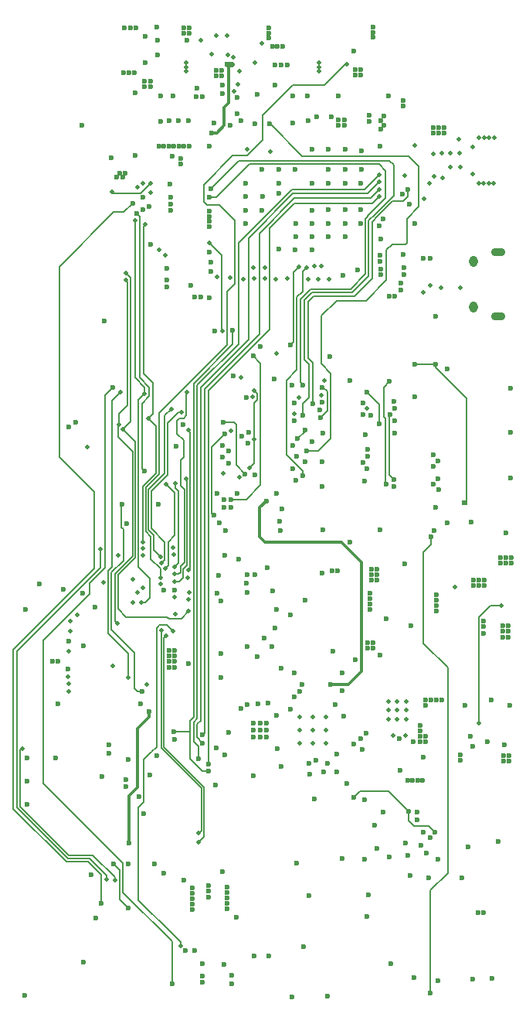
<source format=gbr>
%TF.GenerationSoftware,KiCad,Pcbnew,6.99.0-1.20221101gitf80c150.fc36*%
%TF.CreationDate,2022-11-16T21:34:46+00:00*%
%TF.ProjectId,bugg-main-r4,62756767-2d6d-4616-996e-2d72342e6b69,rev?*%
%TF.SameCoordinates,Original*%
%TF.FileFunction,Copper,L3,Inr*%
%TF.FilePolarity,Positive*%
%FSLAX46Y46*%
G04 Gerber Fmt 4.6, Leading zero omitted, Abs format (unit mm)*
G04 Created by KiCad (PCBNEW 6.99.0-1.20221101gitf80c150.fc36) date 2022-11-16 21:34:46*
%MOMM*%
%LPD*%
G01*
G04 APERTURE LIST*
%TA.AperFunction,ComponentPad*%
%ADD10C,0.500000*%
%TD*%
%TA.AperFunction,ComponentPad*%
%ADD11O,0.950000X1.250000*%
%TD*%
%TA.AperFunction,ComponentPad*%
%ADD12O,1.550000X0.890000*%
%TD*%
%TA.AperFunction,ComponentPad*%
%ADD13C,0.600000*%
%TD*%
%TA.AperFunction,ViaPad*%
%ADD14C,0.600000*%
%TD*%
%TA.AperFunction,ViaPad*%
%ADD15C,0.500000*%
%TD*%
%TA.AperFunction,Conductor*%
%ADD16C,0.200000*%
%TD*%
%TA.AperFunction,Conductor*%
%ADD17C,0.150000*%
%TD*%
%TA.AperFunction,Conductor*%
%ADD18C,0.300000*%
%TD*%
%TA.AperFunction,Conductor*%
%ADD19C,0.600000*%
%TD*%
G04 APERTURE END LIST*
D10*
%TO.N,-15V*%
%TO.C,U18*%
X4467462Y-18075000D03*
X5917462Y-18075000D03*
X7367462Y-18075000D03*
X4467462Y-16625000D03*
X5917462Y-16625000D03*
X7367462Y-16625000D03*
X4467462Y-15175000D03*
X5917462Y-15175000D03*
X7367462Y-15175000D03*
%TD*%
D11*
%TO.N,GND*%
%TO.C,J15*%
X23499999Y29699999D03*
X23499999Y34699999D03*
D12*
X26199999Y28699999D03*
X26199999Y35699999D03*
%TD*%
D10*
%TO.N,GNDA*%
%TO.C,U28*%
X16125000Y-13425000D03*
X15150000Y-13425000D03*
X14175000Y-13425000D03*
X16125000Y-14400000D03*
X15150000Y-14400000D03*
X14175000Y-14400000D03*
X16125000Y-15375000D03*
X15150000Y-15375000D03*
X14175000Y-15375000D03*
%TD*%
D13*
%TO.N,-15V*%
%TO.C,U23*%
X875000Y-15875000D03*
X125000Y-15875000D03*
X-625000Y-15875000D03*
X875000Y-16625000D03*
X125000Y-16625000D03*
X-625000Y-16625000D03*
X875000Y-17375000D03*
X125000Y-17375000D03*
X-625000Y-17375000D03*
%TD*%
D14*
%TO.N,+1V8*%
X13289077Y-8387876D03*
X24650000Y-6050000D03*
%TO.N,GNDA*%
X24650000Y-5250000D03*
X24650000Y-4650000D03*
X10578849Y-8870138D03*
X9100000Y-10300000D03*
X8100000Y-7950000D03*
%TO.N,+48V*%
X24000000Y-36550000D03*
D15*
%TO.N,/USB-OTG flashing interface/OTG_USB_DP*%
X18050000Y31300000D03*
X18800000Y32050000D03*
D14*
%TO.N,GNDA*%
X7100000Y-21150000D03*
X9600000Y-22400000D03*
%TO.N,/External Microphone Interface/PIP_EN*%
X10400000Y-23950000D03*
%TO.N,/External Microphone Interface/P48_EN*%
X13600000Y-25550000D03*
%TO.N,GNDA*%
X22100000Y-19300000D03*
X22100000Y-19900000D03*
X17350000Y-26400000D03*
%TO.N,/External Microphone Interface/P3V3_EN*%
X17350000Y-25550000D03*
%TO.N,GNDA*%
X20050000Y-13300000D03*
X25050000Y-17850000D03*
%TO.N,Net-(D1-K)*%
X-15950000Y-31250000D03*
X-14300000Y-36100000D03*
%TO.N,GND*%
X-13150000Y-23850000D03*
D15*
%TO.N,Net-(U7-UART1_TX)*%
X-600000Y34050000D03*
%TO.N,Net-(U7-UART1_RX)*%
X650000Y34050000D03*
D14*
%TO.N,GNDA*%
X23432951Y-43845022D03*
%TO.N,+3.3VADC*%
X-1400000Y19800000D03*
X19700000Y9750000D03*
X3650000Y21200000D03*
X14800000Y10050000D03*
X17100000Y19900000D03*
X7800000Y24300000D03*
X11650000Y15750000D03*
X14900000Y17300000D03*
X6950000Y10050000D03*
X11450000Y19250000D03*
X11450000Y17950000D03*
X11400000Y12700000D03*
X-475000Y11375000D03*
X14900000Y18600000D03*
X5050000Y12750000D03*
X153631Y25396369D03*
X7900000Y-11600000D03*
X850000Y8500000D03*
D15*
%TO.N,/SCL*%
X-7700000Y-3600000D03*
X-14550000Y33400000D03*
X-10900000Y36000000D03*
X-14900000Y16350000D03*
%TO.N,/SDA*%
X-15350000Y16850000D03*
X-14600000Y32650000D03*
X-15500000Y-4900000D03*
X-9150000Y-3900000D03*
X-18800000Y14400000D03*
X-10250000Y35350000D03*
%TO.N,/FSYNC*%
X-12750000Y3950000D03*
X11850000Y18600000D03*
X6850000Y20050000D03*
X-650000Y19900000D03*
X-9300000Y2600000D03*
X-12450000Y38750000D03*
X-12100000Y17500000D03*
%TO.N,/BCLK*%
X-13600000Y39200000D03*
X-12550000Y20250000D03*
X-1050000Y12100000D03*
X-500000Y20550000D03*
X-12900000Y-2600000D03*
X7200000Y21700000D03*
X-500000Y15250000D03*
%TO.N,/SDOUT*%
X-12750000Y2500000D03*
%TO.N,GND*%
X300000Y58600000D03*
D14*
X350000Y40300000D03*
X7647207Y46950000D03*
X9500000Y38900000D03*
D15*
X22100000Y31850000D03*
D14*
X-12450000Y59381420D03*
X-6850000Y52775000D03*
X6950000Y12750000D03*
X-13450000Y60300000D03*
X9500000Y40350000D03*
D15*
X19250000Y44050000D03*
X-1300000Y47000000D03*
D14*
X-14200000Y55403621D03*
D15*
X24700000Y48250000D03*
D14*
X4050000Y38900000D03*
X-6350000Y30850000D03*
X-11100000Y58950000D03*
X-10450000Y-1300000D03*
X3750000Y49900000D03*
X19400000Y28700000D03*
X1900000Y9350000D03*
D15*
X19150000Y46500000D03*
D14*
X-9700000Y41700000D03*
D15*
X6600000Y56000000D03*
D14*
X-3150000Y49600000D03*
X9950000Y21700000D03*
X-17850000Y-37200000D03*
X8750000Y52800000D03*
X5800000Y46950000D03*
X2175000Y42150000D03*
X15800000Y52300000D03*
X-7050000Y30850000D03*
X-13650000Y55400000D03*
X15850000Y35500000D03*
D15*
X-5150000Y57400000D03*
D14*
X7950000Y50550000D03*
X14300000Y30900000D03*
X1800000Y54000000D03*
X-8250000Y60300000D03*
D15*
X22050000Y45050000D03*
X24150000Y48250000D03*
X-8000000Y55500000D03*
X-4700000Y59450000D03*
D14*
X-12600000Y-25750000D03*
X-3450000Y-34350000D03*
X3750000Y52800000D03*
X14250000Y52800000D03*
X15800000Y51700000D03*
D15*
X-3500000Y59450000D03*
D14*
X7650000Y40350000D03*
D15*
X18100000Y41600000D03*
D14*
X-9700000Y40300000D03*
X-3450000Y-36150000D03*
X-4000000Y54050000D03*
X-21450000Y-1200000D03*
X-6200000Y-43550000D03*
D15*
X21000000Y45050000D03*
D14*
X8400000Y-13800000D03*
X-14300000Y-31250000D03*
X-3450000Y-35550000D03*
D15*
X20100000Y43850000D03*
D14*
X5850000Y36000000D03*
D15*
X-13850000Y-100000D03*
X21000000Y46550000D03*
D14*
X-10050000Y33950000D03*
X15700000Y42050000D03*
X12100000Y50050000D03*
X23300000Y6150000D03*
D15*
X-2800000Y57050000D03*
D14*
X15600000Y31600000D03*
D15*
X25800000Y48250000D03*
D14*
X-1450000Y43250000D03*
X15900000Y34000000D03*
X-5400000Y47350000D03*
X11150000Y38900000D03*
X27600000Y20800000D03*
X-6200000Y-42200000D03*
X-14100000Y60300000D03*
D15*
X-17000000Y-400000D03*
X-8000000Y56500000D03*
D14*
X-400000Y49800000D03*
D15*
X15950000Y44100000D03*
D14*
X-19200000Y-42000000D03*
D15*
X20050000Y46550000D03*
D14*
X5376400Y50086400D03*
X19400000Y7750000D03*
X-11100000Y57350000D03*
X-11200000Y60400000D03*
X-6175000Y52775000D03*
X-8200000Y-33050000D03*
X7650000Y44750000D03*
X15900000Y33300000D03*
X5850000Y38850000D03*
X13300000Y47350000D03*
X5800000Y37400000D03*
D15*
X20000000Y31850000D03*
X17050000Y47450000D03*
D14*
X6350000Y50550000D03*
D15*
X-6350000Y58900000D03*
D14*
X-6200000Y-44200000D03*
X5300000Y52800000D03*
D15*
X23450000Y47250000D03*
D14*
X-13550000Y46350000D03*
X9500000Y37400000D03*
D15*
X-2300000Y54100000D03*
D14*
X-7700000Y50100000D03*
X27600000Y16000000D03*
X5800000Y15000000D03*
X11250000Y46850000D03*
X15600000Y32350000D03*
X9450000Y43300000D03*
X-1450000Y38850000D03*
X-1450000Y41800000D03*
X-5450000Y30750000D03*
X-8250000Y59700000D03*
D15*
X-8000000Y56000000D03*
D14*
X-10750000Y52800000D03*
X-18400000Y-32400000D03*
X13400000Y33900000D03*
X-20100000Y17100000D03*
X-11150000Y-19400000D03*
X-9700000Y41000000D03*
X7650000Y37400000D03*
D15*
X22000000Y46550000D03*
D14*
X2200000Y43250000D03*
D15*
X-2700000Y53350000D03*
D14*
X-9450000Y52850000D03*
D15*
X25200000Y43300000D03*
D14*
X11150000Y43250000D03*
D15*
X21900000Y48050000D03*
D14*
X4000000Y44750000D03*
X11250000Y44750000D03*
X11150000Y40400000D03*
X13350000Y37150000D03*
X1500000Y58250000D03*
D15*
X-15400000Y2550000D03*
D14*
X2050000Y58250000D03*
X-4550000Y9300000D03*
D15*
X6600000Y56500000D03*
D14*
X2200000Y36050000D03*
D15*
X-4600000Y33000000D03*
D14*
X-9800000Y50086400D03*
X-18000000Y-3150000D03*
X-8850000Y50086400D03*
X-20850000Y-6850000D03*
X7650000Y38850000D03*
X-8550000Y45950000D03*
X350000Y44750000D03*
X-16150000Y46050000D03*
X9450000Y47000000D03*
X400000Y41800000D03*
D15*
X25250000Y48250000D03*
X18700000Y43300000D03*
D14*
X-3450000Y-34950000D03*
X-12450000Y56500000D03*
X-14600000Y-22000000D03*
D15*
X-3400000Y57300000D03*
D14*
X9450000Y44750000D03*
X13400000Y33250000D03*
X-7650000Y60300000D03*
X-7900000Y58950000D03*
D15*
X23450000Y44300000D03*
D14*
X-4000000Y53100000D03*
X13300000Y34750000D03*
X-19400000Y49600000D03*
X-7650000Y59700000D03*
X-5400000Y35700000D03*
D15*
X6600000Y55500000D03*
D14*
X9100000Y-12300000D03*
X12100000Y50700000D03*
X-4956400Y49900000D03*
X2600000Y58250000D03*
X-25700000Y-45650000D03*
X-25550000Y-3350000D03*
X-3450000Y-33750000D03*
X-4350000Y6100000D03*
X27600000Y11000000D03*
X20650000Y6100000D03*
X-10750000Y50050000D03*
X2250000Y6250000D03*
D15*
X24100000Y43300000D03*
X1250000Y46750000D03*
D14*
X-6800000Y53650000D03*
X5850000Y43300000D03*
X-200000Y53000000D03*
X-2400000Y50900000D03*
X-8550000Y45400000D03*
X7650000Y43300000D03*
D15*
X-450000Y56450000D03*
D14*
X-14750000Y60300000D03*
X2200000Y44750000D03*
X13300000Y35350000D03*
X-13600000Y53200000D03*
X-2000000Y50100000D03*
X-2350000Y52700000D03*
X-19200000Y-7400000D03*
X-1450000Y40300000D03*
D15*
X-2150000Y55500000D03*
X-16000000Y-9550000D03*
D14*
X10850000Y33800000D03*
X14900000Y30900000D03*
X5850000Y40300000D03*
D15*
X-20900000Y-10750000D03*
X25750000Y43300000D03*
D14*
X-7500000Y32050000D03*
D15*
X24650000Y43300000D03*
D14*
X-14850000Y55400000D03*
X4050000Y37400000D03*
X4000000Y36000000D03*
X-24050000Y-600000D03*
%TO.N,+3V3*%
X-22050000Y-13750000D03*
X-7750000Y-9300000D03*
X-22050000Y-9100000D03*
X-10400000Y-32300000D03*
X-9500000Y46250000D03*
X-14250000Y-29000000D03*
X-20800000Y16625000D03*
X-16950000Y28150000D03*
X-14450000Y6050000D03*
X-22650000Y-9100000D03*
X-2800000Y22200000D03*
X-19275000Y-1575000D03*
X-12000000Y-14550000D03*
%TO.N,/Power and input connector/Vin*%
X13700000Y50650000D03*
X1100000Y59150000D03*
X13350000Y50150000D03*
X1100000Y60250000D03*
X12550000Y60350000D03*
X1100000Y59700000D03*
X13350000Y49150000D03*
X13700000Y49650000D03*
X12550000Y59250000D03*
X12550000Y59800000D03*
D15*
%TO.N,/Modem/UIM_SIM_DET*%
X-5400000Y36750000D03*
X-3975000Y27075000D03*
D14*
%TO.N,/Modem/UIM_VCC*%
X-25450800Y-24739600D03*
X-5550000Y-20300000D03*
D15*
X13206594Y41793406D03*
D14*
X-9200000Y-17600000D03*
X-14600000Y-22800000D03*
%TO.N,/Modem/UIM_RESET_N*%
X-6600000Y-19700000D03*
X-25450800Y-22199600D03*
X-14350000Y-19800000D03*
D15*
X13200000Y44200000D03*
D14*
%TO.N,/Modem/UIM_CLK_R*%
X-16400000Y-19100000D03*
X-25450800Y-19659600D03*
%TO.N,/Power and input connector/IN_VIN*%
X-7300000Y-36250000D03*
X-7300000Y-33850000D03*
X-7300000Y-35050000D03*
X19700000Y48750000D03*
X-7300000Y-34450000D03*
X20300000Y49350000D03*
X20300000Y48750000D03*
X19700000Y49350000D03*
X-7300000Y-35650000D03*
X19100000Y49350000D03*
X19100000Y48750000D03*
%TO.N,/Power and input connector/VIN_DCDC_3V7*%
X10600000Y55100000D03*
X2450000Y56250000D03*
X1800000Y56250000D03*
X11150000Y55100000D03*
X10600000Y55700000D03*
X3100000Y56250000D03*
X11150000Y55700000D03*
D15*
%TO.N,/SD_DAT2*%
X-9400000Y3350000D03*
X-20830000Y-12370000D03*
%TO.N,/SD_DAT3*%
X-9250000Y-2000000D03*
X-20850000Y-11550000D03*
D14*
%TO.N,/SD_CMD*%
X-20900000Y-9900000D03*
D15*
X-13850000Y-2650000D03*
%TO.N,/SD_CLK*%
X-20800000Y-8000000D03*
D14*
X-9250000Y-1250000D03*
D15*
%TO.N,/SD_DAT0*%
X-13300000Y-1550000D03*
X-20700000Y-5750000D03*
%TO.N,/SD_DAT1*%
X-12750000Y-1050000D03*
X-20700000Y-4670000D03*
%TO.N,/SD_nDET*%
X-19950000Y-3950000D03*
X-7700000Y-2300000D03*
D14*
%TO.N,/LED driver\u002C LED board connections/LED3_B*%
X-12700000Y40350000D03*
%TO.N,VBUS*%
X-14950000Y43900000D03*
X18800000Y-45400000D03*
X-15250000Y44400000D03*
X-11050000Y8100000D03*
X-11400000Y-31250000D03*
X-15550000Y43900000D03*
X-5500000Y-34250000D03*
X-14650000Y44400000D03*
X18850000Y4550000D03*
X-5500000Y-33650000D03*
X-5500000Y-34850000D03*
X2550000Y7650000D03*
%TO.N,/USB_OTG_ID*%
X22550000Y8300000D03*
X19350000Y23450000D03*
X17100000Y23450000D03*
%TO.N,/Power and input connector/VIN_DCDC_5*%
X-4050000Y55600000D03*
X-4050000Y55000000D03*
X-11900000Y53850000D03*
X-12500000Y53850000D03*
X-4650000Y55600000D03*
X-4650000Y55000000D03*
X-12500000Y54450000D03*
X-11900000Y54450000D03*
D15*
%TO.N,/RXD*%
X-10200000Y-6300000D03*
X-6600000Y-28850000D03*
%TO.N,/TXD*%
X-10700000Y-5650000D03*
X-6600000Y-27900000D03*
D14*
%TO.N,/LED driver\u002C LED board connections/LED3_G*%
X-12000000Y40700000D03*
%TO.N,/nPWR_LED*%
X-13850000Y41100000D03*
X-17325000Y-35525000D03*
%TO.N,/LED driver\u002C LED board connections/LED2_B*%
X-12700000Y41700000D03*
D15*
%TO.N,/LED driver\u002C LED board connections/LED2_G*%
X-11900000Y42250000D03*
%TO.N,/LED driver\u002C LED board connections/LED2_R*%
X-13300000Y42850000D03*
%TO.N,/LED driver\u002C LED board connections/LED1_B*%
X-16100000Y42300000D03*
X-11900000Y43250000D03*
%TO.N,/LED driver\u002C LED board connections/LED1_G*%
X-12700000Y43250000D03*
D14*
%TO.N,/LED driver\u002C LED board connections/LED1_R*%
X-9750000Y43200000D03*
%TO.N,+5V*%
X17700000Y-16100000D03*
X27350000Y-5800000D03*
X26750000Y-6400000D03*
X2450000Y-9800000D03*
X17700000Y-17300000D03*
X-9100000Y14500000D03*
X10000000Y4000000D03*
X-8750000Y47350000D03*
X-3500000Y56300000D03*
X-9850000Y-8500000D03*
X-2950000Y56300000D03*
X-5200000Y48800000D03*
X26750000Y-5200000D03*
X27050000Y2300000D03*
X-9850000Y-9100000D03*
X-7650000Y47350000D03*
X27500000Y-13850000D03*
X-9250000Y-7900000D03*
X-9850000Y47350000D03*
X-11900000Y36600000D03*
X27650000Y2300000D03*
X-9850000Y-7900000D03*
X-10950000Y47350000D03*
X26750000Y-5800000D03*
X17700000Y-17900000D03*
X26450000Y2300000D03*
X18300000Y-17900000D03*
X27350000Y-6400000D03*
X17700000Y-16700000D03*
X-9850000Y-9700000D03*
X27350000Y-5200000D03*
X27050000Y1700000D03*
X-9250000Y-9100000D03*
X27650000Y1700000D03*
X-9300000Y47350000D03*
X18300000Y-17300000D03*
X26450000Y1700000D03*
X-9250000Y-8500000D03*
X22600000Y-13850000D03*
X-8200000Y47350000D03*
X-9250000Y-9700000D03*
X-10400000Y47350000D03*
%TO.N,/USB_UART_DN*%
X-8050000Y-40700000D03*
%TO.N,/USB_UART_DP*%
X-7050000Y-40700000D03*
D15*
%TO.N,/POWER_ON_N*%
X-7700000Y900000D03*
X-3050000Y16200000D03*
X-7750000Y16250000D03*
%TO.N,/RESET_IN_N*%
X-2150000Y11050000D03*
X-9150000Y10400000D03*
X-9250000Y1250000D03*
%TO.N,/BOOT_MODE*%
X-8000000Y10950000D03*
X-3900000Y11550000D03*
X-9250000Y-300000D03*
%TO.N,/WAKE*%
X-2000000Y22000000D03*
X1950000Y24600000D03*
D14*
%TO.N,GNDA*%
X16300000Y-22100000D03*
X-2950000Y-44350000D03*
X11300000Y-18700000D03*
X11600000Y-24250000D03*
X-3650000Y5250000D03*
X7500000Y-45700000D03*
X-2950000Y-43450000D03*
X19600000Y-30750000D03*
X26250000Y-28750000D03*
X19450000Y-1750000D03*
X23400000Y-18400000D03*
X1450000Y-7450000D03*
X-4550000Y-1600000D03*
X26900000Y-18200000D03*
X27100000Y5000000D03*
X22950000Y-29400000D03*
X9100000Y-30650000D03*
X16850000Y-22100000D03*
X8550000Y-21150000D03*
X3625000Y-45800000D03*
X25600000Y-43800000D03*
X1900000Y-3350000D03*
X12200000Y-1600000D03*
X2400000Y5250000D03*
X3900000Y-10350000D03*
X11550000Y-30700000D03*
X18250000Y-13300000D03*
X25500000Y-13300000D03*
X5500000Y-34700000D03*
X17950000Y-22100000D03*
X19450000Y-3550000D03*
X19450000Y-13300000D03*
X19450000Y-2950000D03*
X19250000Y5250000D03*
X6250000Y-19900000D03*
X18250000Y-13900000D03*
X17400000Y-22100000D03*
X-2200000Y2150000D03*
X1550000Y-1350000D03*
X19450000Y-2350000D03*
X-4650000Y-18550000D03*
X15400000Y-17550000D03*
X12650000Y-27050000D03*
X13300000Y5300000D03*
X-3850000Y-42250000D03*
X12200000Y-2800000D03*
X7000000Y5350000D03*
X-4150000Y-8200000D03*
X-4750000Y-22650000D03*
X18850000Y-13300000D03*
X14450000Y-42150000D03*
X12200000Y-2200000D03*
X6950000Y550000D03*
X16650000Y-5200000D03*
X12200000Y-3400000D03*
X-4400000Y350000D03*
%TO.N,/MIC_IN_P*%
X-550000Y-41300000D03*
D15*
%TO.N,/WAKE_ON_WWAN*%
X3850000Y18050000D03*
X-10650000Y1700000D03*
X-8450000Y18200000D03*
%TO.N,/TX_ON*%
X4350000Y19800000D03*
X-10800000Y2400000D03*
X-9600000Y18550000D03*
D14*
%TO.N,/Modem/1V8_TX_ON*%
X-5400000Y41700000D03*
X4850000Y21200000D03*
%TO.N,/Modem/1V8_WAKE_ON_WWAN*%
X5900000Y19100000D03*
X16336715Y42563286D03*
%TO.N,/Modem/1V8_WAKE*%
X3450000Y25550000D03*
D15*
X4400000Y34100000D03*
D14*
%TO.N,/Modem/1V8_BOOT_MODE*%
X5250000Y13950000D03*
X1150000Y49750000D03*
D15*
%TO.N,/Modem/1V8_RESET_IN_N*%
X5250000Y34050000D03*
D14*
X4850000Y11300000D03*
%TO.N,/Modem/1V8_POWER_ON_N*%
X4850000Y17850000D03*
X-5250000Y42700000D03*
D15*
%TO.N,/MODEM_USB_DN*%
X6050000Y34200000D03*
D14*
X18800000Y35050000D03*
D15*
%TO.N,/MODEM_USB_DP*%
X6850000Y34200000D03*
D14*
X18000000Y35050000D03*
%TO.N,Net-(D3-K)*%
X-9500000Y-44350000D03*
X1650000Y21850000D03*
X-16000000Y20950000D03*
%TO.N,+3V7*%
X9200000Y33200000D03*
X9350000Y49600000D03*
X10400000Y57750000D03*
X8750000Y49600000D03*
X8750000Y50200000D03*
X-5450000Y39100000D03*
X9350000Y50200000D03*
X-5450000Y40200000D03*
X-5450000Y38550000D03*
X-5450000Y39650000D03*
D15*
%TO.N,/Modem/UIM_CLK*%
X13200000Y42600000D03*
D14*
X-6150000Y-17100000D03*
%TO.N,/GLOBAL_EN_o*%
X-12800000Y-12350000D03*
X-15000000Y8100000D03*
D15*
%TO.N,/nRPIBOOT*%
X-14300000Y-10850000D03*
X-15200000Y20400000D03*
D14*
X20681118Y22932069D03*
D15*
%TO.N,/3V7_EN*%
X-10800000Y100000D03*
X9600000Y56300000D03*
%TO.N,/nPWR_LED_BUF*%
X-25900000Y-18600000D03*
X-15800000Y-33050000D03*
X-12300000Y-11600000D03*
D14*
%TO.N,/MIC_IN_N*%
X4900000Y-40300000D03*
X1050000Y-41300000D03*
%TO.N,Net-(Module1A-RUN_PG)*%
X-12950000Y-13750000D03*
%TO.N,Net-(U7-UART1_TX)*%
X-10109200Y32715200D03*
X-5283200Y34645600D03*
%TO.N,Net-(U7-UART1_RX)*%
X-10109200Y31902400D03*
X-5283200Y33578800D03*
%TO.N,Net-(U7-SYS_CLK)*%
X13200000Y38600000D03*
X17100000Y38900000D03*
%TO.N,Net-(U7-SLEEP_CLK)*%
X16500000Y41000000D03*
X13650000Y39400000D03*
%TO.N,/Modem/UIM_DATA*%
X-22250400Y-19659600D03*
D15*
X13200000Y43412246D03*
D14*
X-16400000Y-18200000D03*
X-6150000Y-18000000D03*
%TO.N,Net-(U18A-SOUT2)*%
X4150000Y-31150000D03*
X6050000Y-24150000D03*
%TO.N,Net-(U18A-SOUT1)*%
X5500000Y-20200000D03*
X5600000Y-21450000D03*
%TO.N,+15V*%
X7550000Y-20250000D03*
X-2450000Y-37050000D03*
X550000Y-6500000D03*
X12500000Y-7050000D03*
X5100000Y-2400000D03*
X11900000Y-7050000D03*
X-100000Y-13750000D03*
X11900000Y-7650000D03*
X11850000Y-37000000D03*
X12500000Y-7650000D03*
%TO.N,-15V*%
X-3950000Y-32100000D03*
X8500000Y-19250000D03*
X27400000Y-19350000D03*
X1800000Y-5450000D03*
X12050000Y-34600000D03*
X26800000Y-19950000D03*
X-3300000Y-16850000D03*
X-4150000Y-10850000D03*
X26800000Y-19350000D03*
X27400000Y-19950000D03*
%TO.N,Net-(U27-IN+)*%
X-400000Y400000D03*
X-1350000Y-550000D03*
%TO.N,Net-(U27-IN-)*%
X-3700000Y2500000D03*
X-1300000Y400000D03*
%TO.N,+1V8*%
X900000Y1150000D03*
X23200000Y-17300000D03*
%TO.N,+48V*%
X24600000Y-36550000D03*
X8000000Y850000D03*
X16900000Y-17900000D03*
X8600000Y850000D03*
X15450000Y-21000000D03*
%TO.N,+3.3VA*%
X17750000Y-29200000D03*
X17000000Y-43650000D03*
%TO.N,/Power and input connector/-15_O*%
X18000000Y-19600000D03*
X11750000Y-16900000D03*
%TO.N,Net-(C71-Pad2)*%
X-150000Y-8550000D03*
X-1300000Y-7450000D03*
X-1300000Y-1550000D03*
%TO.N,Net-(D14-A)*%
X-3750000Y-19300000D03*
X1000000Y-13650000D03*
%TO.N,/SDOUT_INT_MIC*%
X-12550000Y11800000D03*
X-13400000Y39950000D03*
%TO.N,+5VA*%
X3450000Y-4000000D03*
X-4150000Y-2450000D03*
%TO.N,/EXT_MIC_EN*%
X-600000Y24350000D03*
D15*
X-10250000Y1100000D03*
D14*
X-4800000Y27100000D03*
D15*
X26600000Y-2950000D03*
D14*
X-3050000Y8650000D03*
D15*
X14750000Y-17150000D03*
X16050000Y-17150000D03*
X-10200000Y10350000D03*
X21500000Y-950000D03*
X24100000Y-15800000D03*
%TO.N,/SPI_SCLK*%
X-7800000Y100000D03*
%TO.N,/SPI_nCS*%
X-10750000Y-600000D03*
%TO.N,/SPI_MOSI*%
X-7650000Y-1550000D03*
D14*
%TO.N,Net-(Q13-D)*%
X22250000Y-32750000D03*
X18650000Y-32750000D03*
%TO.N,Net-(Q14-D)*%
X16600000Y-32500000D03*
X18800000Y-28350000D03*
%TO.N,/External Microphone Interface/PIP_EN*%
X19300000Y-27750000D03*
X16400000Y-25450000D03*
X9300000Y-15050000D03*
%TO.N,/External Microphone Interface/P3V3_EN*%
X11150000Y-17500000D03*
%TO.N,/External Microphone Interface/P48_EN*%
X18000000Y-27800000D03*
X10400000Y-18100000D03*
X19600000Y-44000000D03*
X18350000Y-30100000D03*
%TO.N,Net-(Q20-D)*%
X14300000Y-30500000D03*
X12950000Y-29550000D03*
%TO.N,Net-(Q21-D)*%
X16050000Y-29000000D03*
X16300000Y-30300000D03*
%TO.N,Net-(U18A-IN1)*%
X2450000Y-20600000D03*
X2062500Y-18587500D03*
X-1275000Y-13775000D03*
%TO.N,Net-(U18A-IN2)*%
X1950000Y-14950000D03*
X-600000Y-21600000D03*
X-1950000Y-14250000D03*
%TO.N,/External Microphone Interface/CNV*%
X14300000Y21550000D03*
X13950000Y10300000D03*
X-2400000Y9300000D03*
%TO.N,/External Microphone Interface/SCK*%
X-1500000Y11450000D03*
X-3900000Y17100000D03*
%TO.N,/External Microphone Interface/AMP_MOSI*%
X-3050000Y7800000D03*
X4700000Y-11600000D03*
%TO.N,/External Microphone Interface/AMP_SCLK*%
X4450000Y-12400000D03*
X-3850000Y7800000D03*
%TO.N,/External Microphone Interface/AMP_nCS*%
X-3850000Y8600000D03*
X3850000Y-12950000D03*
%TO.N,/External Microphone Interface/Q0*%
X19116421Y10316421D03*
X-3350000Y12650000D03*
X11550000Y10700000D03*
X4050000Y10750000D03*
%TO.N,/External Microphone Interface/Q1*%
X-3975000Y13325000D03*
X11850000Y12000000D03*
X19650000Y10950000D03*
X3750000Y12000000D03*
%TO.N,/External Microphone Interface/Q2*%
X-3300000Y14000000D03*
X19150000Y12250000D03*
X11900000Y13350000D03*
X4150000Y13350000D03*
%TO.N,/External Microphone Interface/Q3*%
X3750000Y14600000D03*
X19650000Y12900000D03*
X-3950000Y14600000D03*
X11900000Y14150000D03*
%TO.N,/External Microphone Interface/Q4*%
X14900000Y15900000D03*
X7050000Y15950000D03*
X-1200000Y14850000D03*
X4250000Y15300000D03*
X-8300000Y16850000D03*
X5050000Y16250000D03*
%TO.N,/External Microphone Interface/CLK_H*%
X-1100000Y16000000D03*
X19100000Y13550000D03*
%TO.N,/External Microphone Interface/RST*%
X11850000Y20400000D03*
X13200000Y16950000D03*
X-1850000Y15550000D03*
%TO.N,/External Microphone Interface/!Qeq2*%
X6675000Y18475000D03*
X3900000Y19200000D03*
%TO.N,/External Microphone Interface/!Qeq10*%
X14400000Y17950000D03*
X14800000Y10850000D03*
%TO.N,/External Microphone Interface/Qeq2*%
X6900000Y20950000D03*
X6750000Y17650000D03*
X14800000Y19400000D03*
%TO.N,/External Microphone Interface/AMP_RST*%
X-3700000Y15800000D03*
X3467462Y-14282538D03*
X-4950000Y6950000D03*
X3850000Y17300000D03*
%TO.N,Net-(U19A-~{R})*%
X12300000Y17850000D03*
X6900000Y19300000D03*
D15*
%TO.N,/SHDNZ*%
X-9250000Y500000D03*
X-7900000Y20400000D03*
%TO.N,/LED_ACT*%
X-16700000Y-32950000D03*
X-17400000Y3200000D03*
X-12750000Y3300000D03*
%TO.N,/LED_USER*%
X-9450000Y-5750000D03*
X-8600000Y-40200000D03*
D14*
%TO.N,/Power and input connector/LT_VIN*%
X24700000Y-800000D03*
X12350000Y450000D03*
X24100000Y-200000D03*
X12350000Y1050000D03*
X12350000Y-150000D03*
X24700000Y-200000D03*
X12950000Y1050000D03*
X23500000Y-800000D03*
X23500000Y-200000D03*
X12950000Y-150000D03*
X12950000Y450000D03*
X24100000Y-800000D03*
%TO.N,/Power and input connector/LT_VOUT*%
X13950000Y-4400000D03*
X16000000Y1600000D03*
%TO.N,/Modem/UIM_DSW*%
X-5550000Y-21100000D03*
X-17170400Y-21640800D03*
X-11950000Y-21550000D03*
X-9350000Y-16800000D03*
X-2850000Y27150000D03*
D15*
%TO.N,/Modem/J1*%
X-3170000Y32950000D03*
%TO.N,/Modem/J2*%
X-1700000Y32800000D03*
%TO.N,/Modem/J3*%
X-510000Y32810000D03*
%TO.N,/Modem/J4*%
X650000Y32820000D03*
%TO.N,/Modem/J5*%
X1810000Y32800000D03*
%TO.N,/Modem/J6*%
X3100000Y32830000D03*
%TO.N,/Modem/J7*%
X5380000Y32800000D03*
%TO.N,/Modem/J8*%
X6550000Y32800000D03*
%TO.N,/Modem/J9*%
X7700000Y32800000D03*
%TD*%
D16*
%TO.N,/Modem/UIM_DATA*%
X13200000Y43412246D02*
X11912743Y42124989D01*
X-6750000Y-15950000D02*
X-6750000Y-17400000D01*
X11912743Y42124989D02*
X3724989Y42124989D01*
X3724989Y42124989D02*
X-1150000Y37250000D01*
X-1150000Y37250000D02*
X-1150000Y26150000D01*
X-6750000Y-17400000D02*
X-6150000Y-18000000D01*
X-1150000Y26150000D02*
X-6350000Y20950000D01*
X-6350000Y20950000D02*
X-6350000Y-15550000D01*
X-6350000Y-15550000D02*
X-6750000Y-15950000D01*
D17*
%TO.N,/SCL*%
X-14550000Y33400000D02*
X-14100000Y32950000D01*
X-14100000Y32950000D02*
X-14100000Y17150000D01*
X-14100000Y17150000D02*
X-14900000Y16350000D01*
%TO.N,/SDA*%
X-14600000Y32650000D02*
X-14400000Y32450000D01*
X-14400000Y32450000D02*
X-14400000Y18950000D01*
X-14400000Y18950000D02*
X-15350000Y18000000D01*
X-15350000Y18000000D02*
X-15350000Y16850000D01*
X-15500000Y-4900000D02*
X-15750000Y-4650000D01*
X-15450000Y16750000D02*
X-15350000Y16850000D01*
X-15750000Y-4650000D02*
X-15750000Y524264D01*
X-15750000Y524264D02*
X-13850000Y2424264D01*
X-13850000Y2424264D02*
X-13850000Y13850000D01*
X-13850000Y13850000D02*
X-15450000Y15450000D01*
X-15450000Y15450000D02*
X-15450000Y16750000D01*
%TO.N,/SCL*%
X-8500000Y-4400000D02*
X-7700000Y-3600000D01*
X-9850000Y-4400000D02*
X-8500000Y-4400000D01*
X-15450000Y-3300000D02*
X-14550000Y-4200000D01*
X-15450000Y400000D02*
X-15450000Y-3300000D01*
X-13550000Y2300000D02*
X-15450000Y400000D01*
X-10050000Y-4200000D02*
X-9850000Y-4400000D01*
X-14550000Y-4200000D02*
X-10050000Y-4200000D01*
X-13550000Y15000000D02*
X-13550000Y2300000D01*
X-14900000Y16350000D02*
X-13550000Y15000000D01*
D16*
%TO.N,/USB_OTG_ID*%
X19350000Y23450000D02*
X17100000Y23450000D01*
%TO.N,/Modem/1V8_BOOT_MODE*%
X14600000Y36600000D02*
X16100000Y36600000D01*
X14000000Y36000000D02*
X14600000Y36600000D01*
X14000000Y32650000D02*
X14000000Y36000000D01*
X11750000Y30400000D02*
X14000000Y32650000D01*
X6850000Y28750000D02*
X8500000Y30400000D01*
X8500000Y30400000D02*
X11750000Y30400000D01*
X6850000Y23500000D02*
X6850000Y28750000D01*
X16100000Y36600000D02*
X16250000Y36750000D01*
X7900000Y15350000D02*
X7900000Y22450000D01*
X16250000Y36750000D02*
X16250000Y39400000D01*
X6500000Y13950000D02*
X7900000Y15350000D01*
X5250000Y13950000D02*
X6500000Y13950000D01*
X7900000Y22450000D02*
X6850000Y23500000D01*
X16250000Y39400000D02*
X17550000Y40700000D01*
X17550000Y40700000D02*
X17550000Y45150000D01*
X17550000Y45150000D02*
X16450000Y46250000D01*
X16450000Y46250000D02*
X4750000Y46250000D01*
X4750000Y46250000D02*
X1250000Y49750000D01*
X1250000Y49750000D02*
X1150000Y49750000D01*
%TO.N,/External Microphone Interface/PIP_EN*%
X10400000Y-23950000D02*
X11050000Y-23300000D01*
X11050000Y-23300000D02*
X14250000Y-23300000D01*
X14250000Y-23300000D02*
X16400000Y-25450000D01*
X16400000Y-25450000D02*
X16400000Y-26500000D01*
X16400000Y-26500000D02*
X17000000Y-27100000D01*
X17000000Y-27100000D02*
X18650000Y-27100000D01*
X18650000Y-27100000D02*
X19300000Y-27750000D01*
%TO.N,/Modem/1V8_WAKE_ON_WWAN*%
X15850000Y41300000D02*
X16350000Y41800000D01*
X15500000Y41300000D02*
X15850000Y41300000D01*
X12400000Y39039339D02*
X13055330Y39694669D01*
X12400000Y38300000D02*
X12400000Y39039339D01*
X13055330Y39694669D02*
X14660661Y41300000D01*
X14660661Y41300000D02*
X15500000Y41300000D01*
X16350000Y41800000D02*
X16350000Y42550001D01*
X16350000Y42550001D02*
X16336715Y42563286D01*
X6000000Y30900000D02*
X5400000Y30300000D01*
X12400000Y38300000D02*
X12400000Y32850000D01*
X12400000Y32850000D02*
X10450000Y30900000D01*
X10450000Y30900000D02*
X6000000Y30900000D01*
X5400000Y30300000D02*
X5400000Y24100000D01*
X5400000Y24100000D02*
X5900000Y23600000D01*
X5900000Y23600000D02*
X5900000Y19100000D01*
%TO.N,/Modem/1V8_POWER_ON_N*%
X5000000Y30484314D02*
X5000000Y23934314D01*
X12767157Y39917157D02*
X12050000Y39200000D01*
X5000000Y23934314D02*
X5467157Y23467157D01*
X5467157Y23467157D02*
X5467157Y19767157D01*
X10250000Y31300000D02*
X5815686Y31300000D01*
X12050000Y33100000D02*
X10250000Y31300000D01*
X5815686Y31300000D02*
X5000000Y30484314D01*
X12050000Y39200000D02*
X12050000Y33100000D01*
X4850000Y19150000D02*
X4850000Y17850000D01*
X12782843Y39917157D02*
X12767157Y39917157D01*
X14800000Y41934314D02*
X12782843Y39917157D01*
X14800000Y45265686D02*
X14800000Y41934314D01*
X14315686Y45750000D02*
X14800000Y45265686D01*
X-2200000Y45750000D02*
X14315686Y45750000D01*
X-5250000Y42700000D02*
X-2200000Y45750000D01*
X5467157Y19767157D02*
X4850000Y19150000D01*
%TO.N,/Modem/1V8_TX_ON*%
X13200000Y45350000D02*
X-1050000Y45350000D01*
X13900000Y44650000D02*
X13200000Y45350000D01*
X11700000Y39400000D02*
X11950499Y39650499D01*
X-1050000Y45350000D02*
X-4700000Y41700000D01*
X-4700000Y41700000D02*
X-5400000Y41700000D01*
X11950499Y39665479D02*
X13900000Y41614980D01*
X11950499Y39650499D02*
X11950499Y39665479D01*
X13900000Y41614980D02*
X13900000Y44650000D01*
X10085020Y31700000D02*
X11700000Y33314980D01*
X5650000Y31700000D02*
X10085020Y31700000D01*
X4550000Y30600000D02*
X5650000Y31700000D01*
X11700000Y33314980D02*
X11700000Y39400000D01*
X4550000Y21500000D02*
X4550000Y30600000D01*
X4850000Y21200000D02*
X4550000Y21500000D01*
%TO.N,Net-(D1-K)*%
X-15950000Y-31250000D02*
X-15250000Y-31950000D01*
X-15250000Y-31950000D02*
X-15250000Y-35150000D01*
X-15250000Y-35150000D02*
X-14300000Y-36100000D01*
%TO.N,Net-(D3-K)*%
X-16000000Y20950000D02*
X-16850000Y20100000D01*
X-16850000Y20100000D02*
X-16850000Y1150000D01*
X-9500000Y-39750000D02*
X-9500000Y-44350000D01*
X-16850000Y1150000D02*
X-18550000Y-550000D01*
X-14900000Y-31200000D02*
X-14900000Y-34350000D01*
X-14900000Y-34350000D02*
X-9500000Y-39750000D01*
X-18550000Y-550000D02*
X-18550000Y-1700000D01*
X-23650000Y-6800000D02*
X-23650000Y-22450000D01*
X-18550000Y-1700000D02*
X-23650000Y-6800000D01*
X-23650000Y-22450000D02*
X-14900000Y-31200000D01*
D17*
%TO.N,/LED_ACT*%
X-16700000Y-32950000D02*
X-16675000Y-32925000D01*
X-26525011Y-25059623D02*
X-26525011Y-7975011D01*
X-16675000Y-32925000D02*
X-16675000Y-32512500D01*
X-16675000Y-32512500D02*
X-18537500Y-30650000D01*
X-18537500Y-30650000D02*
X-20934634Y-30650000D01*
X-17400000Y1150000D02*
X-17400000Y3200000D01*
X-20934634Y-30650000D02*
X-26525011Y-25059623D01*
X-26525011Y-7975011D02*
X-17400000Y1150000D01*
%TO.N,/3V7_EN*%
X-4300000Y40900000D02*
X-2625000Y39225000D01*
X-6050000Y41250000D02*
X-5700000Y40900000D01*
X-1300000Y46300000D02*
X-2850000Y46300000D01*
X-5700000Y40900000D02*
X-4300000Y40900000D01*
X-2625000Y39225000D02*
X-2625000Y32225000D01*
X-3450000Y31400000D02*
X-3450000Y25600000D01*
X400000Y48000000D02*
X-1300000Y46300000D01*
X400000Y50750000D02*
X400000Y48000000D01*
X-6050000Y43100000D02*
X-6050000Y41250000D01*
X-2850000Y46300000D02*
X-6050000Y43100000D01*
X3700000Y54050000D02*
X400000Y50750000D01*
X7220000Y54050000D02*
X3700000Y54050000D01*
X-2625000Y32225000D02*
X-3450000Y31400000D01*
X9470000Y56300000D02*
X7220000Y54050000D01*
X9600000Y56300000D02*
X9470000Y56300000D01*
X-12400000Y9950000D02*
X-12400000Y5150000D01*
X-3450000Y25600000D02*
X-10950000Y18100000D01*
X-11850000Y4600000D02*
X-11850000Y2150000D01*
X-11850000Y2150000D02*
X-10800000Y1100000D01*
X-10800000Y1100000D02*
X-10800000Y100000D01*
X-10950000Y18100000D02*
X-10950000Y11400000D01*
X-10950000Y11400000D02*
X-12400000Y9950000D01*
X-12400000Y5150000D02*
X-11850000Y4600000D01*
D16*
%TO.N,/Modem/1V8_WAKE*%
X4400000Y34100000D02*
X3800000Y33500000D01*
X3800000Y33500000D02*
X3800000Y25900000D01*
X3800000Y25900000D02*
X3450000Y25550000D01*
%TO.N,/EXT_MIC_EN*%
X26600000Y-2950000D02*
X25350000Y-2950000D01*
X25350000Y-2950000D02*
X24100000Y-4200000D01*
X24100000Y-4200000D02*
X24100000Y-15800000D01*
D17*
%TO.N,/nRPIBOOT*%
X-14300000Y-10850000D02*
X-14300000Y-8200000D01*
X-16525000Y875000D02*
X-16100000Y1300000D01*
X-14300000Y-8200000D02*
X-16525000Y-5975000D01*
X-16525000Y-5975000D02*
X-16525000Y875000D01*
X-16100000Y1300000D02*
X-16100000Y19500000D01*
X-16100000Y19500000D02*
X-15200000Y20400000D01*
%TO.N,/FSYNC*%
X-11600000Y18000000D02*
X-12100000Y17500000D01*
X-12450000Y38750000D02*
X-12650000Y38550000D01*
X-12650000Y38550000D02*
X-12650000Y22450000D01*
X-12650000Y22450000D02*
X-11600000Y21400000D01*
X-11600000Y21400000D02*
X-11600000Y18000000D01*
D16*
%TO.N,/SDOUT_INT_MIC*%
X-12550000Y11800000D02*
X-12800000Y12050000D01*
X-12800000Y12050000D02*
X-12800000Y19150000D01*
X-12800000Y19150000D02*
X-12000000Y19950000D01*
X-12000000Y19950000D02*
X-12000000Y20950000D01*
X-12000000Y20950000D02*
X-13050000Y22000000D01*
X-13050000Y22000000D02*
X-13050000Y39600000D01*
X-13050000Y39600000D02*
X-13400000Y39950000D01*
D18*
%TO.N,+3.3VADC*%
X9050000Y3950000D02*
X11250000Y1750000D01*
X11250000Y1750000D02*
X11250000Y-10150000D01*
X100000Y7750000D02*
X100000Y4550000D01*
X100000Y4550000D02*
X700000Y3950000D01*
X700000Y3950000D02*
X9050000Y3950000D01*
X11250000Y-10150000D02*
X9800000Y-11600000D01*
X850000Y8500000D02*
X100000Y7750000D01*
X9800000Y-11600000D02*
X7900000Y-11600000D01*
D17*
%TO.N,/nPWR_LED_BUF*%
X-15800000Y-33050000D02*
X-15800000Y-32725000D01*
X-15800000Y-32725000D02*
X-18225000Y-30300000D01*
X-18225000Y-30300000D02*
X-20850000Y-30300000D01*
X-20850000Y-30300000D02*
X-26200000Y-24950000D01*
X-26200000Y-24950000D02*
X-26200000Y-18825000D01*
X-26200000Y-18825000D02*
X-25975000Y-18600000D01*
X-25975000Y-18600000D02*
X-25900000Y-18600000D01*
D16*
%TO.N,/nPWR_LED*%
X-13850000Y41100000D02*
X-14850000Y40100000D01*
X-14850000Y40100000D02*
X-15900000Y40100000D01*
X-18750000Y-31025000D02*
X-17325000Y-32450000D01*
X-15900000Y40100000D02*
X-21850000Y34150000D01*
X-21850000Y34150000D02*
X-21850000Y13300000D01*
X-21850000Y13300000D02*
X-18050000Y9500000D01*
X-18050000Y9500000D02*
X-18050000Y1100000D01*
X-18050000Y1100000D02*
X-26900000Y-7750000D01*
X-26900000Y-7750000D02*
X-26900000Y-25250000D01*
X-26900000Y-25250000D02*
X-21125000Y-31025000D01*
X-21125000Y-31025000D02*
X-18750000Y-31025000D01*
X-17325000Y-32450000D02*
X-17325000Y-35525000D01*
D17*
%TO.N,/FSYNC*%
X-11300000Y11500000D02*
X-12700000Y10100000D01*
X-12700000Y4000000D02*
X-12750000Y3950000D01*
X-12700000Y10100000D02*
X-12700000Y4000000D01*
X-12100000Y17500000D02*
X-11300000Y16700000D01*
X-11300000Y16700000D02*
X-11300000Y11500000D01*
%TO.N,/BCLK*%
X-12550000Y20950000D02*
X-12550000Y20250000D01*
X-150000Y20200000D02*
X-500000Y20550000D01*
X-11950000Y0D02*
X-13250000Y1300000D01*
X-500000Y19200000D02*
X-150000Y19550000D01*
X-150000Y19550000D02*
X-150000Y20200000D01*
X-13250000Y19550000D02*
X-12550000Y20250000D01*
X-13250000Y1300000D02*
X-13250000Y19550000D01*
X-11950000Y-2100000D02*
X-11950000Y0D01*
X-13600000Y39200000D02*
X-13600000Y22000000D01*
X-1050000Y12100000D02*
X-500000Y12650000D01*
X-12900000Y-2600000D02*
X-12450000Y-2600000D01*
X-500000Y15250000D02*
X-500000Y19200000D01*
X-13600000Y22000000D02*
X-12550000Y20950000D01*
X-500000Y12650000D02*
X-500000Y15250000D01*
X-12450000Y-2600000D02*
X-11950000Y-2100000D01*
D18*
%TO.N,+3V3*%
X-13300000Y-22850000D02*
X-13300000Y-16450000D01*
X-14250000Y-23800000D02*
X-13300000Y-22850000D01*
X-13300000Y-16450000D02*
X-12000000Y-15150000D01*
X-12000000Y-15150000D02*
X-12000000Y-14550000D01*
X-14250000Y-29000000D02*
X-14250000Y-23800000D01*
D17*
%TO.N,/Modem/UIM_SIM_DET*%
X-4050000Y35400000D02*
X-5400000Y36750000D01*
X-4050000Y27150000D02*
X-4050000Y35400000D01*
X-3975000Y27075000D02*
X-4050000Y27150000D01*
D16*
%TO.N,/Modem/UIM_VCC*%
X-5550000Y20550000D02*
X1200000Y27300000D01*
X3900000Y41050000D02*
X12463188Y41050000D01*
X-5550000Y-20300000D02*
X-5550000Y20550000D01*
X1200000Y27300000D02*
X1200000Y38350000D01*
X12463188Y41050000D02*
X13206594Y41793406D01*
X1200000Y38350000D02*
X3900000Y41050000D01*
%TO.N,/Modem/UIM_RESET_N*%
X-6750000Y-15350000D02*
X-6750000Y21150000D01*
X-7150000Y-15750000D02*
X-6750000Y-15350000D01*
X-7150000Y-17850000D02*
X-7150000Y-15750000D01*
X-6600000Y-18400000D02*
X-7150000Y-17850000D01*
X3600000Y42600000D02*
X11600000Y42600000D01*
X-2250000Y36750000D02*
X3600000Y42600000D01*
X-6750000Y21150000D02*
X-2250000Y25650000D01*
X-2250000Y25650000D02*
X-2250000Y36750000D01*
X-6600000Y-19700000D02*
X-6600000Y-18400000D01*
X11600000Y42600000D02*
X13200000Y44200000D01*
%TO.N,VBUS*%
X18850000Y4550000D02*
X18850000Y3700000D01*
X18050000Y-7100000D02*
X18050000Y2900000D01*
X18800000Y-34150000D02*
X20700000Y-32250000D01*
X18850000Y3700000D02*
X18050000Y2900000D01*
X20700000Y-32250000D02*
X20700000Y-9750000D01*
X20700000Y-9750000D02*
X18050000Y-7100000D01*
X18800000Y-45400000D02*
X18800000Y-34150000D01*
%TO.N,/USB_OTG_ID*%
X19350000Y23150000D02*
X22750000Y19750000D01*
X22750000Y19750000D02*
X22750000Y8150000D01*
X19350000Y23450000D02*
X19350000Y23150000D01*
D17*
%TO.N,/RXD*%
X-6000000Y-22825736D02*
X-6000000Y-28250000D01*
X-10400000Y-6500000D02*
X-10400000Y-18425736D01*
X-10200000Y-6300000D02*
X-10400000Y-6500000D01*
X-10400000Y-18425736D02*
X-6000000Y-22825736D01*
X-6000000Y-28250000D02*
X-6600000Y-28850000D01*
%TO.N,/TXD*%
X-6300000Y-27600000D02*
X-6600000Y-27900000D01*
X-6300000Y-22950000D02*
X-6300000Y-27600000D01*
X-10700000Y-18550000D02*
X-6300000Y-22950000D01*
X-10700000Y-5650000D02*
X-10700000Y-18550000D01*
D16*
%TO.N,/LED driver\u002C LED board connections/LED1_B*%
X-16100000Y42300000D02*
X-16000000Y42200000D01*
X-12950000Y42200000D02*
X-11900000Y43250000D01*
X-16000000Y42200000D02*
X-12950000Y42200000D01*
D19*
%TO.N,+5V*%
X-3500000Y56300000D02*
X-2950000Y56300000D01*
D18*
X-3300000Y56100000D02*
X-3300000Y52050000D01*
X-3800000Y49600000D02*
X-4600000Y48800000D01*
X-3500000Y56300000D02*
X-3300000Y56100000D01*
X-3800000Y51550000D02*
X-3800000Y49600000D01*
X-4600000Y48800000D02*
X-5200000Y48800000D01*
X-3300000Y52050000D02*
X-3800000Y51550000D01*
D17*
%TO.N,/POWER_ON_N*%
X-7700000Y900000D02*
X-7525000Y1075000D01*
X-7525000Y1075000D02*
X-7525000Y16025000D01*
X-7525000Y16025000D02*
X-7750000Y16250000D01*
%TO.N,/RESET_IN_N*%
X-8800000Y1700000D02*
X-9250000Y1250000D01*
X-8800000Y9550000D02*
X-8800000Y1700000D01*
X-9150000Y10400000D02*
X-9150000Y9900000D01*
X-9150000Y9900000D02*
X-8800000Y9550000D01*
%TO.N,/BOOT_MODE*%
X-8300000Y100000D02*
X-8700000Y-300000D01*
X-8000000Y10950000D02*
X-7862132Y10812132D01*
X-8700000Y-300000D02*
X-9250000Y-300000D01*
X-8300000Y1000000D02*
X-8300000Y100000D01*
X-7862132Y1437868D02*
X-8300000Y1000000D01*
X-7862132Y10812132D02*
X-7862132Y1437868D01*
%TO.N,/WAKE_ON_WWAN*%
X-10300000Y2050000D02*
X-10650000Y1700000D01*
X-10000000Y17000000D02*
X-10000000Y11350000D01*
X-11800000Y5475000D02*
X-10300000Y3975000D01*
X-10000000Y11350000D02*
X-11800000Y9550000D01*
X-8450000Y18200000D02*
X-8800000Y18200000D01*
X-8800000Y18200000D02*
X-10000000Y17000000D01*
X-10300000Y3975000D02*
X-10300000Y2050000D01*
X-11800000Y9550000D02*
X-11800000Y5475000D01*
%TO.N,/TX_ON*%
X-11500000Y3100000D02*
X-10800000Y2400000D01*
X-9600000Y18550000D02*
X-10300000Y17850000D01*
X-10300000Y17850000D02*
X-10300000Y11550000D01*
X-12100000Y5300000D02*
X-11500000Y4700000D01*
X-11500000Y4700000D02*
X-11500000Y3100000D01*
X-10300000Y11550000D02*
X-12100000Y9750000D01*
X-12100000Y9750000D02*
X-12100000Y5300000D01*
%TO.N,/Modem/1V8_RESET_IN_N*%
X4850000Y11750000D02*
X4850000Y11300000D01*
X3050000Y21700000D02*
X3050000Y13550000D01*
X4800000Y31400000D02*
X4175000Y30775000D01*
X4175000Y30775000D02*
X4175000Y22825000D01*
X5250000Y34050000D02*
X4800000Y33600000D01*
X4175000Y22825000D02*
X3050000Y21700000D01*
X4800000Y33600000D02*
X4800000Y31400000D01*
X3050000Y13550000D02*
X4850000Y11750000D01*
D16*
%TO.N,/Modem/UIM_CLK*%
X-6150000Y-17100000D02*
X-5950000Y-16900000D01*
X-5950000Y-16900000D02*
X-5950000Y20750000D01*
X3900000Y41650000D02*
X12250000Y41650000D01*
X40000Y26740000D02*
X40000Y37790000D01*
X40000Y37790000D02*
X3900000Y41650000D01*
X-5950000Y20750000D02*
X40000Y26740000D01*
X12250000Y41650000D02*
X13200000Y42600000D01*
%TO.N,/GLOBAL_EN_o*%
X-14850000Y1954594D02*
X-14850000Y5400000D01*
X-14850000Y5400000D02*
X-15050000Y5600000D01*
X-15050000Y8050000D02*
X-15000000Y8100000D01*
X-12800000Y-12350000D02*
X-13300000Y-12350000D01*
X-16150000Y-5600000D02*
X-16150000Y654594D01*
X-15050000Y5600000D02*
X-15050000Y8050000D01*
X-13650000Y-12000000D02*
X-13650000Y-8100000D01*
X-13650000Y-8100000D02*
X-16150000Y-5600000D01*
X-13300000Y-12350000D02*
X-13650000Y-12000000D01*
X-16150000Y654594D02*
X-14850000Y1954594D01*
D17*
%TO.N,/EXT_MIC_EN*%
X-3050000Y8650000D02*
X-1350000Y8650000D01*
X-10250000Y1100000D02*
X-9950000Y1400000D01*
X-1350000Y8650000D02*
X200000Y10200000D01*
X200000Y23550000D02*
X-600000Y24350000D01*
X-9950000Y1400000D02*
X-9950000Y4000000D01*
X200000Y10200000D02*
X200000Y23550000D01*
X-9950000Y4000000D02*
X-9250000Y4700000D01*
X-9250000Y9400000D02*
X-10200000Y10350000D01*
X-9250000Y4700000D02*
X-9250000Y9400000D01*
D16*
%TO.N,/External Microphone Interface/CNV*%
X13850000Y11400000D02*
X13850000Y17550000D01*
X13700000Y17700000D02*
X13700000Y20950000D01*
X13850000Y17550000D02*
X13700000Y17700000D01*
X13700000Y20950000D02*
X14300000Y21550000D01*
X13950000Y10300000D02*
X13850000Y10400000D01*
X13850000Y10400000D02*
X13850000Y11400000D01*
%TO.N,/External Microphone Interface/SCK*%
X-3900000Y17100000D02*
X-2750000Y17100000D01*
X-2500000Y16850000D02*
X-2500000Y12450000D01*
X-2750000Y17100000D02*
X-2500000Y16850000D01*
X-2500000Y12450000D02*
X-1500000Y11450000D01*
%TO.N,/External Microphone Interface/Q4*%
X5050000Y16250000D02*
X5050000Y16100000D01*
X5050000Y16100000D02*
X4250000Y15300000D01*
%TO.N,/External Microphone Interface/RST*%
X13200000Y16950000D02*
X13200000Y19050000D01*
X13200000Y19050000D02*
X11850000Y20400000D01*
%TO.N,/External Microphone Interface/!Qeq10*%
X14300000Y11350000D02*
X14800000Y10850000D01*
X14300000Y17850000D02*
X14300000Y11350000D01*
X14400000Y17950000D02*
X14300000Y17850000D01*
%TO.N,/External Microphone Interface/Qeq2*%
X7500000Y18400000D02*
X6750000Y17650000D01*
X7500000Y20500000D02*
X7500000Y18400000D01*
X6900000Y20950000D02*
X7050000Y20950000D01*
X7050000Y20950000D02*
X7500000Y20500000D01*
%TO.N,/External Microphone Interface/AMP_RST*%
X-3700000Y15800000D02*
X-5150000Y14350000D01*
X-5150000Y7150000D02*
X-4950000Y6950000D01*
X-5150000Y14350000D02*
X-5150000Y7150000D01*
D17*
%TO.N,/SHDNZ*%
X-8600000Y700000D02*
X-8600000Y1350000D01*
X-8600000Y11400000D02*
X-8600000Y12950000D01*
X-8950000Y17250000D02*
X-8700000Y17500000D01*
X-8600000Y10150000D02*
X-8600000Y11400000D01*
X-8500000Y10050000D02*
X-8600000Y10150000D01*
X-8250000Y15150000D02*
X-8950000Y15850000D01*
X-8162132Y9712132D02*
X-8500000Y10050000D01*
X-8600000Y1350000D02*
X-8600000Y1362132D01*
X-7950000Y17850000D02*
X-7950000Y18700000D01*
X-7950000Y18700000D02*
X-7950000Y20350000D01*
X-8162132Y1800000D02*
X-8162132Y3800000D01*
X-9250000Y500000D02*
X-8800000Y500000D01*
X-8250000Y13300000D02*
X-8250000Y15150000D01*
X-8600000Y12950000D02*
X-8250000Y13300000D01*
X-8800000Y500000D02*
X-8600000Y700000D01*
X-8250000Y17550000D02*
X-7950000Y17850000D01*
X-8162132Y3800000D02*
X-8162132Y9712132D01*
X-8950000Y15850000D02*
X-8950000Y17250000D01*
X-8650000Y17550000D02*
X-8250000Y17550000D01*
X-7950000Y20350000D02*
X-7900000Y20400000D01*
X-8700000Y17500000D02*
X-8650000Y17550000D01*
X-8600000Y1362132D02*
X-8162132Y1800000D01*
%TO.N,/LED_USER*%
X-13200000Y-35200000D02*
X-9500000Y-38900000D01*
X-9450000Y-5750000D02*
X-10100000Y-5100000D01*
X-13200000Y-25100000D02*
X-13200000Y-35200000D01*
X-10900000Y-5100000D02*
X-11050000Y-5250000D01*
X-11200000Y-5400000D02*
X-11200000Y-6300000D01*
X-12600000Y-24500000D02*
X-13200000Y-25100000D01*
X-11750000Y-19000000D02*
X-12600000Y-19850000D01*
X-12600000Y-21150000D02*
X-12600000Y-24500000D01*
X-11050000Y-5250000D02*
X-11200000Y-5400000D01*
X-9500000Y-38900000D02*
X-8600000Y-39800000D01*
X-11200000Y-18450000D02*
X-11750000Y-19000000D01*
X-12600000Y-19850000D02*
X-12600000Y-21150000D01*
X-10100000Y-5100000D02*
X-10650000Y-5100000D01*
X-10650000Y-5100000D02*
X-10900000Y-5100000D01*
X-8600000Y-39800000D02*
X-8600000Y-40200000D01*
X-11200000Y-6300000D02*
X-11200000Y-18450000D01*
D16*
%TO.N,/Modem/UIM_DSW*%
X-7150000Y-15184314D02*
X-7150000Y21350000D01*
X-7150000Y21350000D02*
X-2850000Y25650000D01*
X-6150000Y-21100000D02*
X-7550000Y-19700000D01*
X-7550000Y-16850000D02*
X-7550000Y-15584314D01*
X-5550000Y-21100000D02*
X-6150000Y-21100000D01*
X-7550000Y-15584314D02*
X-7150000Y-15184314D01*
X-2850000Y25650000D02*
X-2850000Y27150000D01*
X-7600000Y-16800000D02*
X-7550000Y-16850000D01*
X-7550000Y-19700000D02*
X-7550000Y-16850000D01*
X-9350000Y-16800000D02*
X-7600000Y-16800000D01*
%TD*%
M02*

</source>
